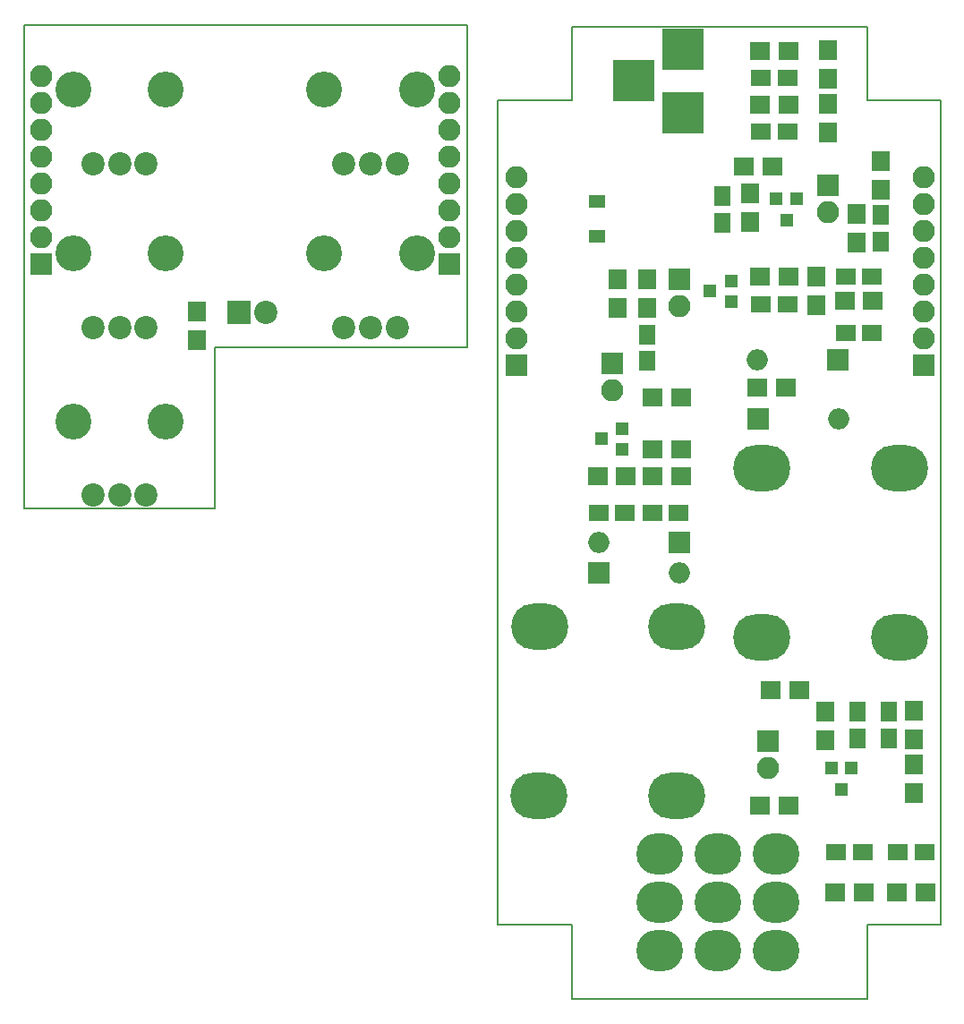
<source format=gbr>
G04 #@! TF.FileFunction,Soldermask,Top*
%FSLAX46Y46*%
G04 Gerber Fmt 4.6, Leading zero omitted, Abs format (unit mm)*
G04 Created by KiCad (PCBNEW 4.0.6) date Tuesday, 13 February 2018 'PMt' 23:33:10*
%MOMM*%
%LPD*%
G01*
G04 APERTURE LIST*
%ADD10C,0.100000*%
%ADD11C,0.150000*%
%ADD12C,2.200000*%
%ADD13C,3.400000*%
%ADD14O,5.400000X4.400000*%
%ADD15O,4.400000X3.900000*%
%ADD16R,2.100000X2.100000*%
%ADD17O,2.100000X2.100000*%
%ADD18R,1.900000X1.650000*%
%ADD19R,1.650000X1.900000*%
%ADD20R,1.600000X1.300000*%
%ADD21R,2.200000X2.200000*%
%ADD22R,1.200000X1.300000*%
%ADD23R,1.300000X1.200000*%
%ADD24R,1.900000X1.700000*%
%ADD25R,1.700000X1.900000*%
%ADD26R,2.000000X2.000000*%
%ADD27O,2.000000X2.000000*%
%ADD28R,3.900000X3.900000*%
G04 APERTURE END LIST*
D10*
D11*
X80772000Y-105791000D02*
X38862000Y-105791000D01*
X80772000Y-136271000D02*
X80772000Y-105791000D01*
X56896000Y-136271000D02*
X56896000Y-151511000D01*
X56896000Y-136271000D02*
X80772000Y-136271000D01*
X38862000Y-151511000D02*
X38862000Y-105791000D01*
X56896000Y-151511000D02*
X38862000Y-151511000D01*
X125603000Y-190881000D02*
X125603000Y-112903000D01*
X90678000Y-197866000D02*
X118618000Y-197866000D01*
X90678000Y-190881000D02*
X83693000Y-190881000D01*
X83693000Y-112903000D02*
X83693000Y-190881000D01*
X118618000Y-105918000D02*
X90678000Y-105918000D01*
X90678000Y-112903000D02*
X83693000Y-112903000D01*
X90678000Y-105918000D02*
X90678000Y-112903000D01*
X118618000Y-112903000D02*
X125603000Y-112903000D01*
X118618000Y-105918000D02*
X118618000Y-112903000D01*
X118618000Y-190881000D02*
X118618000Y-197866000D01*
X125603000Y-190881000D02*
X118618000Y-190881000D01*
X90678000Y-190881000D02*
X90678000Y-197866000D01*
D12*
X45419000Y-150241000D03*
X47919000Y-150241000D03*
X50419000Y-150241000D03*
D13*
X43519000Y-143241000D03*
X52319000Y-143241000D03*
D14*
X108689000Y-163702000D03*
X108689000Y-147702000D03*
X121689000Y-147702000D03*
X121666000Y-163702000D03*
D15*
X110021000Y-193322000D03*
X104521000Y-193322000D03*
X99021000Y-193322000D03*
X110021000Y-188722000D03*
X104521000Y-188722000D03*
X99021000Y-188722000D03*
X110021000Y-184122000D03*
X104521000Y-184122000D03*
X99021000Y-184122000D03*
D12*
X69168000Y-134366000D03*
X71668000Y-134366000D03*
X74168000Y-134366000D03*
D13*
X67268000Y-127366000D03*
X76068000Y-127366000D03*
D12*
X69168000Y-118872000D03*
X71668000Y-118872000D03*
X74168000Y-118872000D03*
D13*
X67268000Y-111872000D03*
X76068000Y-111872000D03*
D16*
X40513000Y-128397000D03*
D17*
X40513000Y-125857000D03*
X40513000Y-123317000D03*
X40513000Y-120777000D03*
X40513000Y-118237000D03*
X40513000Y-115697000D03*
X40513000Y-113157000D03*
X40513000Y-110617000D03*
D16*
X123952000Y-137922000D03*
D17*
X123952000Y-135382000D03*
X123952000Y-132842000D03*
X123952000Y-130302000D03*
X123952000Y-127762000D03*
X123952000Y-125222000D03*
X123952000Y-122682000D03*
X123952000Y-120142000D03*
D16*
X85471000Y-137922000D03*
D17*
X85471000Y-135382000D03*
X85471000Y-132842000D03*
X85471000Y-130302000D03*
X85471000Y-127762000D03*
X85471000Y-125222000D03*
X85471000Y-122682000D03*
X85471000Y-120142000D03*
D14*
X100607000Y-162688000D03*
X100607000Y-178688000D03*
X87607000Y-178688000D03*
X87630000Y-162688000D03*
D18*
X118217000Y-184023000D03*
X115717000Y-184023000D03*
X124059000Y-184023000D03*
X121559000Y-184023000D03*
D19*
X117729000Y-170708000D03*
X117729000Y-173208000D03*
X120650000Y-170708000D03*
X120650000Y-173208000D03*
D18*
X116606000Y-129540000D03*
X119106000Y-129540000D03*
X119106000Y-134874000D03*
X116606000Y-134874000D03*
X111105000Y-132207000D03*
X108605000Y-132207000D03*
D19*
X97790000Y-135021000D03*
X97790000Y-137521000D03*
D18*
X100818000Y-151892000D03*
X98318000Y-151892000D03*
X93238000Y-151892000D03*
X95738000Y-151892000D03*
X108605000Y-110744000D03*
X111105000Y-110744000D03*
X111105000Y-115824000D03*
X108605000Y-115824000D03*
D19*
X119888000Y-123718000D03*
X119888000Y-126218000D03*
X104902000Y-121940000D03*
X104902000Y-124440000D03*
D20*
X93091000Y-125729000D03*
X93091000Y-122429000D03*
D21*
X59182000Y-132969000D03*
D12*
X61722000Y-132969000D03*
X45419000Y-134366000D03*
X47919000Y-134366000D03*
X50419000Y-134366000D03*
D13*
X43519000Y-127366000D03*
X52319000Y-127366000D03*
D16*
X79121000Y-128397000D03*
D17*
X79121000Y-125857000D03*
X79121000Y-123317000D03*
X79121000Y-120777000D03*
X79121000Y-118237000D03*
X79121000Y-115697000D03*
X79121000Y-113157000D03*
X79121000Y-110617000D03*
D12*
X45419000Y-118872000D03*
X47919000Y-118872000D03*
X50419000Y-118872000D03*
D13*
X43519000Y-111872000D03*
X52319000Y-111872000D03*
D22*
X117155000Y-176038000D03*
X115255000Y-176038000D03*
X116205000Y-178038000D03*
D23*
X105775000Y-131887000D03*
X105775000Y-129987000D03*
X103775000Y-130937000D03*
X95488000Y-145857000D03*
X95488000Y-143957000D03*
X93488000Y-144907000D03*
D22*
X111948000Y-122190000D03*
X110048000Y-122190000D03*
X110998000Y-124190000D03*
D24*
X118317000Y-187833000D03*
X115617000Y-187833000D03*
X124159000Y-187833000D03*
X121459000Y-187833000D03*
D25*
X123063000Y-170608000D03*
X123063000Y-173308000D03*
X123063000Y-178388000D03*
X123063000Y-175688000D03*
D24*
X111205000Y-179578000D03*
X108505000Y-179578000D03*
D25*
X114681000Y-170735000D03*
X114681000Y-173435000D03*
D24*
X112221000Y-168656000D03*
X109521000Y-168656000D03*
X119206000Y-131826000D03*
X116506000Y-131826000D03*
D25*
X113792000Y-132287000D03*
X113792000Y-129587000D03*
D24*
X108251000Y-140081000D03*
X110951000Y-140081000D03*
D25*
X97790000Y-129841000D03*
X97790000Y-132541000D03*
D24*
X108505000Y-129540000D03*
X111205000Y-129540000D03*
X101045000Y-148463000D03*
X98345000Y-148463000D03*
X98345000Y-145923000D03*
X101045000Y-145923000D03*
X93138000Y-148463000D03*
X95838000Y-148463000D03*
D25*
X94996000Y-129841000D03*
X94996000Y-132541000D03*
D24*
X98345000Y-140970000D03*
X101045000Y-140970000D03*
X108505000Y-108204000D03*
X111205000Y-108204000D03*
X111205000Y-113284000D03*
X108505000Y-113284000D03*
D25*
X114935000Y-113204000D03*
X114935000Y-115904000D03*
X114935000Y-110824000D03*
X114935000Y-108124000D03*
X117602000Y-126318000D03*
X117602000Y-123618000D03*
X119888000Y-121365000D03*
X119888000Y-118665000D03*
X107569000Y-124413000D03*
X107569000Y-121713000D03*
D24*
X109681000Y-119126000D03*
X106981000Y-119126000D03*
D25*
X55245000Y-132889000D03*
X55245000Y-135589000D03*
D16*
X109220000Y-173482000D03*
D17*
X109220000Y-176022000D03*
D16*
X100838000Y-129794000D03*
D17*
X100838000Y-132334000D03*
D16*
X94488000Y-137795000D03*
D17*
X94488000Y-140335000D03*
D16*
X114935000Y-120904000D03*
D17*
X114935000Y-123444000D03*
D26*
X108331000Y-143002000D03*
D27*
X115951000Y-143002000D03*
D26*
X115824000Y-137414000D03*
D27*
X108204000Y-137414000D03*
D26*
X93218000Y-157607000D03*
D27*
X100838000Y-157607000D03*
D26*
X100838000Y-154686000D03*
D27*
X93218000Y-154686000D03*
D28*
X101219000Y-114046000D03*
X101219000Y-108046000D03*
X96519000Y-111046000D03*
M02*

</source>
